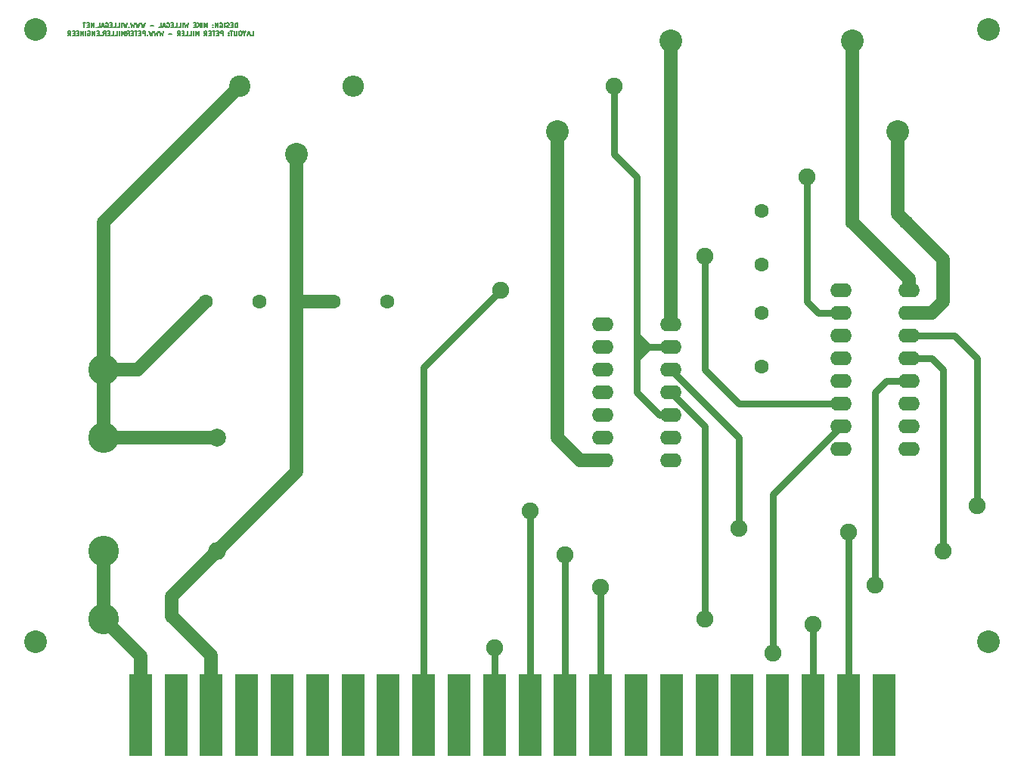
<source format=gbr>
%TF.GenerationSoftware,KiCad,Pcbnew,(5.1.9)-1*%
%TF.CreationDate,2021-04-07T22:34:41-05:00*%
%TF.ProjectId,SCELBI-TTY-Interface,5343454c-4249-42d5-9454-592d496e7465,rev?*%
%TF.SameCoordinates,Original*%
%TF.FileFunction,Copper,L2,Bot*%
%TF.FilePolarity,Positive*%
%FSLAX46Y46*%
G04 Gerber Fmt 4.6, Leading zero omitted, Abs format (unit mm)*
G04 Created by KiCad (PCBNEW (5.1.9)-1) date 2021-04-07 22:34:41*
%MOMM*%
%LPD*%
G01*
G04 APERTURE LIST*
%TA.AperFunction,NonConductor*%
%ADD10C,0.127000*%
%TD*%
%TA.AperFunction,ComponentPad*%
%ADD11O,2.000000X2.000000*%
%TD*%
%TA.AperFunction,ComponentPad*%
%ADD12C,2.000000*%
%TD*%
%TA.AperFunction,ComponentPad*%
%ADD13O,2.400000X1.600000*%
%TD*%
%TA.AperFunction,ComponentPad*%
%ADD14O,2.400000X2.400000*%
%TD*%
%TA.AperFunction,ComponentPad*%
%ADD15C,2.400000*%
%TD*%
%TA.AperFunction,ConnectorPad*%
%ADD16R,2.540000X9.144000*%
%TD*%
%TA.AperFunction,ComponentPad*%
%ADD17C,3.429000*%
%TD*%
%TA.AperFunction,ComponentPad*%
%ADD18C,1.600000*%
%TD*%
%TA.AperFunction,ComponentPad*%
%ADD19O,1.600000X1.600000*%
%TD*%
%TA.AperFunction,ViaPad*%
%ADD20C,2.540000*%
%TD*%
%TA.AperFunction,ViaPad*%
%ADD21C,1.905000*%
%TD*%
%TA.AperFunction,Conductor*%
%ADD22C,1.524000*%
%TD*%
%TA.AperFunction,Conductor*%
%ADD23C,0.762000*%
%TD*%
G04 APERTURE END LIST*
D10*
X115291809Y-54395309D02*
X115291809Y-53887309D01*
X115170857Y-53887309D01*
X115098285Y-53911500D01*
X115049904Y-53959880D01*
X115025714Y-54008261D01*
X115001523Y-54105023D01*
X115001523Y-54177595D01*
X115025714Y-54274357D01*
X115049904Y-54322738D01*
X115098285Y-54371119D01*
X115170857Y-54395309D01*
X115291809Y-54395309D01*
X114783809Y-54129214D02*
X114614476Y-54129214D01*
X114541904Y-54395309D02*
X114783809Y-54395309D01*
X114783809Y-53887309D01*
X114541904Y-53887309D01*
X114348380Y-54371119D02*
X114275809Y-54395309D01*
X114154857Y-54395309D01*
X114106476Y-54371119D01*
X114082285Y-54346928D01*
X114058095Y-54298547D01*
X114058095Y-54250166D01*
X114082285Y-54201785D01*
X114106476Y-54177595D01*
X114154857Y-54153404D01*
X114251619Y-54129214D01*
X114300000Y-54105023D01*
X114324190Y-54080833D01*
X114348380Y-54032452D01*
X114348380Y-53984071D01*
X114324190Y-53935690D01*
X114300000Y-53911500D01*
X114251619Y-53887309D01*
X114130666Y-53887309D01*
X114058095Y-53911500D01*
X113840380Y-54395309D02*
X113840380Y-53887309D01*
X113332380Y-53911500D02*
X113380761Y-53887309D01*
X113453333Y-53887309D01*
X113525904Y-53911500D01*
X113574285Y-53959880D01*
X113598476Y-54008261D01*
X113622666Y-54105023D01*
X113622666Y-54177595D01*
X113598476Y-54274357D01*
X113574285Y-54322738D01*
X113525904Y-54371119D01*
X113453333Y-54395309D01*
X113404952Y-54395309D01*
X113332380Y-54371119D01*
X113308190Y-54346928D01*
X113308190Y-54177595D01*
X113404952Y-54177595D01*
X113090476Y-54395309D02*
X113090476Y-53887309D01*
X112800190Y-54395309D01*
X112800190Y-53887309D01*
X112558285Y-54346928D02*
X112534095Y-54371119D01*
X112558285Y-54395309D01*
X112582476Y-54371119D01*
X112558285Y-54346928D01*
X112558285Y-54395309D01*
X112558285Y-54080833D02*
X112534095Y-54105023D01*
X112558285Y-54129214D01*
X112582476Y-54105023D01*
X112558285Y-54080833D01*
X112558285Y-54129214D01*
X111929333Y-54395309D02*
X111929333Y-53887309D01*
X111760000Y-54250166D01*
X111590666Y-53887309D01*
X111590666Y-54395309D01*
X111348761Y-54395309D02*
X111348761Y-53887309D01*
X111106857Y-54395309D02*
X111106857Y-53887309D01*
X110816571Y-54395309D02*
X111034285Y-54105023D01*
X110816571Y-53887309D02*
X111106857Y-54177595D01*
X110598857Y-54129214D02*
X110429523Y-54129214D01*
X110356952Y-54395309D02*
X110598857Y-54395309D01*
X110598857Y-53887309D01*
X110356952Y-53887309D01*
X109800571Y-53887309D02*
X109679619Y-54395309D01*
X109582857Y-54032452D01*
X109486095Y-54395309D01*
X109365142Y-53887309D01*
X109171619Y-54395309D02*
X109171619Y-53887309D01*
X108687809Y-54395309D02*
X108929714Y-54395309D01*
X108929714Y-53887309D01*
X108276571Y-54395309D02*
X108518476Y-54395309D01*
X108518476Y-53887309D01*
X108107238Y-54129214D02*
X107937904Y-54129214D01*
X107865333Y-54395309D02*
X108107238Y-54395309D01*
X108107238Y-53887309D01*
X107865333Y-53887309D01*
X107381523Y-53911500D02*
X107429904Y-53887309D01*
X107502476Y-53887309D01*
X107575047Y-53911500D01*
X107623428Y-53959880D01*
X107647619Y-54008261D01*
X107671809Y-54105023D01*
X107671809Y-54177595D01*
X107647619Y-54274357D01*
X107623428Y-54322738D01*
X107575047Y-54371119D01*
X107502476Y-54395309D01*
X107454095Y-54395309D01*
X107381523Y-54371119D01*
X107357333Y-54346928D01*
X107357333Y-54177595D01*
X107454095Y-54177595D01*
X107163809Y-54250166D02*
X106921904Y-54250166D01*
X107212190Y-54395309D02*
X107042857Y-53887309D01*
X106873523Y-54395309D01*
X106462285Y-54395309D02*
X106704190Y-54395309D01*
X106704190Y-53887309D01*
X105905904Y-54201785D02*
X105518857Y-54201785D01*
X104938285Y-53887309D02*
X104817333Y-54395309D01*
X104720571Y-54032452D01*
X104623809Y-54395309D01*
X104502857Y-53887309D01*
X104357714Y-53887309D02*
X104236761Y-54395309D01*
X104140000Y-54032452D01*
X104043238Y-54395309D01*
X103922285Y-53887309D01*
X103777142Y-53887309D02*
X103656190Y-54395309D01*
X103559428Y-54032452D01*
X103462666Y-54395309D01*
X103341714Y-53887309D01*
X103148190Y-54346928D02*
X103124000Y-54371119D01*
X103148190Y-54395309D01*
X103172380Y-54371119D01*
X103148190Y-54346928D01*
X103148190Y-54395309D01*
X102954666Y-53887309D02*
X102833714Y-54395309D01*
X102736952Y-54032452D01*
X102640190Y-54395309D01*
X102519238Y-53887309D01*
X102325714Y-54395309D02*
X102325714Y-53887309D01*
X101841904Y-54395309D02*
X102083809Y-54395309D01*
X102083809Y-53887309D01*
X101430666Y-54395309D02*
X101672571Y-54395309D01*
X101672571Y-53887309D01*
X101261333Y-54129214D02*
X101092000Y-54129214D01*
X101019428Y-54395309D02*
X101261333Y-54395309D01*
X101261333Y-53887309D01*
X101019428Y-53887309D01*
X100535619Y-53911500D02*
X100584000Y-53887309D01*
X100656571Y-53887309D01*
X100729142Y-53911500D01*
X100777523Y-53959880D01*
X100801714Y-54008261D01*
X100825904Y-54105023D01*
X100825904Y-54177595D01*
X100801714Y-54274357D01*
X100777523Y-54322738D01*
X100729142Y-54371119D01*
X100656571Y-54395309D01*
X100608190Y-54395309D01*
X100535619Y-54371119D01*
X100511428Y-54346928D01*
X100511428Y-54177595D01*
X100608190Y-54177595D01*
X100317904Y-54250166D02*
X100076000Y-54250166D01*
X100366285Y-54395309D02*
X100196952Y-53887309D01*
X100027619Y-54395309D01*
X99616380Y-54395309D02*
X99858285Y-54395309D01*
X99858285Y-53887309D01*
X99447047Y-54346928D02*
X99422857Y-54371119D01*
X99447047Y-54395309D01*
X99471238Y-54371119D01*
X99447047Y-54346928D01*
X99447047Y-54395309D01*
X99205142Y-54395309D02*
X99205142Y-53887309D01*
X98914857Y-54395309D01*
X98914857Y-53887309D01*
X98672952Y-54129214D02*
X98503619Y-54129214D01*
X98431047Y-54395309D02*
X98672952Y-54395309D01*
X98672952Y-53887309D01*
X98431047Y-53887309D01*
X98285904Y-53887309D02*
X97995619Y-53887309D01*
X98140761Y-54395309D02*
X98140761Y-53887309D01*
X116791619Y-55284309D02*
X117033523Y-55284309D01*
X117033523Y-54776309D01*
X116646476Y-55139166D02*
X116404571Y-55139166D01*
X116694857Y-55284309D02*
X116525523Y-54776309D01*
X116356190Y-55284309D01*
X116090095Y-55042404D02*
X116090095Y-55284309D01*
X116259428Y-54776309D02*
X116090095Y-55042404D01*
X115920761Y-54776309D01*
X115654666Y-54776309D02*
X115557904Y-54776309D01*
X115509523Y-54800500D01*
X115461142Y-54848880D01*
X115436952Y-54945642D01*
X115436952Y-55114976D01*
X115461142Y-55211738D01*
X115509523Y-55260119D01*
X115557904Y-55284309D01*
X115654666Y-55284309D01*
X115703047Y-55260119D01*
X115751428Y-55211738D01*
X115775619Y-55114976D01*
X115775619Y-54945642D01*
X115751428Y-54848880D01*
X115703047Y-54800500D01*
X115654666Y-54776309D01*
X115219238Y-54776309D02*
X115219238Y-55187547D01*
X115195047Y-55235928D01*
X115170857Y-55260119D01*
X115122476Y-55284309D01*
X115025714Y-55284309D01*
X114977333Y-55260119D01*
X114953142Y-55235928D01*
X114928952Y-55187547D01*
X114928952Y-54776309D01*
X114759619Y-54776309D02*
X114469333Y-54776309D01*
X114614476Y-55284309D02*
X114614476Y-54776309D01*
X114299999Y-55235928D02*
X114275809Y-55260119D01*
X114299999Y-55284309D01*
X114324190Y-55260119D01*
X114299999Y-55235928D01*
X114299999Y-55284309D01*
X114299999Y-54969833D02*
X114275809Y-54994023D01*
X114299999Y-55018214D01*
X114324190Y-54994023D01*
X114299999Y-54969833D01*
X114299999Y-55018214D01*
X113671047Y-55284309D02*
X113671047Y-54776309D01*
X113477523Y-54776309D01*
X113429142Y-54800500D01*
X113404952Y-54824690D01*
X113380761Y-54873071D01*
X113380761Y-54945642D01*
X113404952Y-54994023D01*
X113429142Y-55018214D01*
X113477523Y-55042404D01*
X113671047Y-55042404D01*
X113163047Y-55018214D02*
X112993714Y-55018214D01*
X112921142Y-55284309D02*
X113163047Y-55284309D01*
X113163047Y-54776309D01*
X112921142Y-54776309D01*
X112775999Y-54776309D02*
X112485714Y-54776309D01*
X112630857Y-55284309D02*
X112630857Y-54776309D01*
X112316380Y-55018214D02*
X112147047Y-55018214D01*
X112074476Y-55284309D02*
X112316380Y-55284309D01*
X112316380Y-54776309D01*
X112074476Y-54776309D01*
X111566476Y-55284309D02*
X111735809Y-55042404D01*
X111856761Y-55284309D02*
X111856761Y-54776309D01*
X111663238Y-54776309D01*
X111614857Y-54800500D01*
X111590666Y-54824690D01*
X111566476Y-54873071D01*
X111566476Y-54945642D01*
X111590666Y-54994023D01*
X111614857Y-55018214D01*
X111663238Y-55042404D01*
X111856761Y-55042404D01*
X110961714Y-55284309D02*
X110961714Y-54776309D01*
X110792380Y-55139166D01*
X110623047Y-54776309D01*
X110623047Y-55284309D01*
X110381142Y-55284309D02*
X110381142Y-54776309D01*
X109897333Y-55284309D02*
X110139238Y-55284309D01*
X110139238Y-54776309D01*
X109486095Y-55284309D02*
X109727999Y-55284309D01*
X109727999Y-54776309D01*
X109316761Y-55018214D02*
X109147428Y-55018214D01*
X109074857Y-55284309D02*
X109316761Y-55284309D01*
X109316761Y-54776309D01*
X109074857Y-54776309D01*
X108566857Y-55284309D02*
X108736190Y-55042404D01*
X108857142Y-55284309D02*
X108857142Y-54776309D01*
X108663619Y-54776309D01*
X108615238Y-54800500D01*
X108591047Y-54824690D01*
X108566857Y-54873071D01*
X108566857Y-54945642D01*
X108591047Y-54994023D01*
X108615238Y-55018214D01*
X108663619Y-55042404D01*
X108857142Y-55042404D01*
X107962095Y-55090785D02*
X107575047Y-55090785D01*
X106994476Y-54776309D02*
X106873523Y-55284309D01*
X106776761Y-54921452D01*
X106679999Y-55284309D01*
X106559047Y-54776309D01*
X106413904Y-54776309D02*
X106292952Y-55284309D01*
X106196190Y-54921452D01*
X106099428Y-55284309D01*
X105978476Y-54776309D01*
X105833333Y-54776309D02*
X105712380Y-55284309D01*
X105615619Y-54921452D01*
X105518857Y-55284309D01*
X105397904Y-54776309D01*
X105204380Y-55235928D02*
X105180190Y-55260119D01*
X105204380Y-55284309D01*
X105228571Y-55260119D01*
X105204380Y-55235928D01*
X105204380Y-55284309D01*
X104962476Y-55284309D02*
X104962476Y-54776309D01*
X104768952Y-54776309D01*
X104720571Y-54800500D01*
X104696380Y-54824690D01*
X104672190Y-54873071D01*
X104672190Y-54945642D01*
X104696380Y-54994023D01*
X104720571Y-55018214D01*
X104768952Y-55042404D01*
X104962476Y-55042404D01*
X104454476Y-55018214D02*
X104285142Y-55018214D01*
X104212571Y-55284309D02*
X104454476Y-55284309D01*
X104454476Y-54776309D01*
X104212571Y-54776309D01*
X104067428Y-54776309D02*
X103777142Y-54776309D01*
X103922285Y-55284309D02*
X103922285Y-54776309D01*
X103607809Y-55018214D02*
X103438476Y-55018214D01*
X103365904Y-55284309D02*
X103607809Y-55284309D01*
X103607809Y-54776309D01*
X103365904Y-54776309D01*
X102857904Y-55284309D02*
X103027238Y-55042404D01*
X103148190Y-55284309D02*
X103148190Y-54776309D01*
X102954666Y-54776309D01*
X102906285Y-54800500D01*
X102882095Y-54824690D01*
X102857904Y-54873071D01*
X102857904Y-54945642D01*
X102882095Y-54994023D01*
X102906285Y-55018214D01*
X102954666Y-55042404D01*
X103148190Y-55042404D01*
X102640190Y-55284309D02*
X102640190Y-54776309D01*
X102470857Y-55139166D01*
X102301523Y-54776309D01*
X102301523Y-55284309D01*
X102059619Y-55284309D02*
X102059619Y-54776309D01*
X101575809Y-55284309D02*
X101817714Y-55284309D01*
X101817714Y-54776309D01*
X101164571Y-55284309D02*
X101406476Y-55284309D01*
X101406476Y-54776309D01*
X100995238Y-55018214D02*
X100825904Y-55018214D01*
X100753333Y-55284309D02*
X100995238Y-55284309D01*
X100995238Y-54776309D01*
X100753333Y-54776309D01*
X100245333Y-55284309D02*
X100414666Y-55042404D01*
X100535619Y-55284309D02*
X100535619Y-54776309D01*
X100342095Y-54776309D01*
X100293714Y-54800500D01*
X100269523Y-54824690D01*
X100245333Y-54873071D01*
X100245333Y-54945642D01*
X100269523Y-54994023D01*
X100293714Y-55018214D01*
X100342095Y-55042404D01*
X100535619Y-55042404D01*
X100027619Y-55235928D02*
X100003428Y-55260119D01*
X100027619Y-55284309D01*
X100051809Y-55260119D01*
X100027619Y-55235928D01*
X100027619Y-55284309D01*
X99785714Y-55018214D02*
X99616380Y-55018214D01*
X99543809Y-55284309D02*
X99785714Y-55284309D01*
X99785714Y-54776309D01*
X99543809Y-54776309D01*
X99326095Y-55284309D02*
X99326095Y-54776309D01*
X99035809Y-55284309D01*
X99035809Y-54776309D01*
X98527809Y-54800500D02*
X98576190Y-54776309D01*
X98648761Y-54776309D01*
X98721333Y-54800500D01*
X98769714Y-54848880D01*
X98793904Y-54897261D01*
X98818095Y-54994023D01*
X98818095Y-55066595D01*
X98793904Y-55163357D01*
X98769714Y-55211738D01*
X98721333Y-55260119D01*
X98648761Y-55284309D01*
X98600380Y-55284309D01*
X98527809Y-55260119D01*
X98503619Y-55235928D01*
X98503619Y-55066595D01*
X98600380Y-55066595D01*
X98285904Y-55284309D02*
X98285904Y-54776309D01*
X98043999Y-55284309D02*
X98043999Y-54776309D01*
X97753714Y-55284309D01*
X97753714Y-54776309D01*
X97511809Y-55018214D02*
X97342476Y-55018214D01*
X97269904Y-55284309D02*
X97511809Y-55284309D01*
X97511809Y-54776309D01*
X97269904Y-54776309D01*
X97052190Y-55018214D02*
X96882857Y-55018214D01*
X96810285Y-55284309D02*
X97052190Y-55284309D01*
X97052190Y-54776309D01*
X96810285Y-54776309D01*
X96302285Y-55284309D02*
X96471619Y-55042404D01*
X96592571Y-55284309D02*
X96592571Y-54776309D01*
X96399047Y-54776309D01*
X96350666Y-54800500D01*
X96326476Y-54824690D01*
X96302285Y-54873071D01*
X96302285Y-54945642D01*
X96326476Y-54994023D01*
X96350666Y-55018214D01*
X96399047Y-55042404D01*
X96592571Y-55042404D01*
D11*
%TO.P,VR1,2*%
%TO.N,GND*%
X113030000Y-113030000D03*
D12*
%TO.P,VR1,1*%
%TO.N,/VCC*%
X113030000Y-100330000D03*
%TD*%
D13*
%TO.P,Z1,16*%
%TO.N,/VCC*%
X190500000Y-83820000D03*
%TO.P,Z1,8*%
%TO.N,/RTS*%
X182880000Y-101600000D03*
%TO.P,Z1,15*%
%TO.N,GND*%
X190500000Y-86360000D03*
%TO.P,Z1,7*%
%TO.N,/TxD*%
X182880000Y-99060000D03*
%TO.P,Z1,14*%
%TO.N,/RxD*%
X190500000Y-88900000D03*
%TO.P,Z1,6*%
%TO.N,/V-*%
X182880000Y-96520000D03*
%TO.P,Z1,13*%
%TO.N,/DTR*%
X190500000Y-91440000D03*
%TO.P,Z1,5*%
%TO.N,/C2-*%
X182880000Y-93980000D03*
%TO.P,Z1,12*%
%TO.N,/Rx*%
X190500000Y-93980000D03*
%TO.P,Z1,4*%
%TO.N,Net-(C6-Pad1)*%
X182880000Y-91440000D03*
%TO.P,Z1,11*%
%TO.N,GND*%
X190500000Y-96520000D03*
%TO.P,Z1,3*%
%TO.N,/C1-*%
X182880000Y-88900000D03*
%TO.P,Z1,10*%
%TO.N,/TxIn*%
X190500000Y-99060000D03*
%TO.P,Z1,2*%
%TO.N,/V+*%
X182880000Y-86360000D03*
%TO.P,Z1,9*%
%TO.N,Net-(Z1-Pad9)*%
X190500000Y-101600000D03*
%TO.P,Z1,1*%
%TO.N,/C1+*%
X182880000Y-83820000D03*
%TD*%
%TO.P,Z2,14*%
%TO.N,/VCC*%
X163830000Y-87630000D03*
%TO.P,Z2,7*%
%TO.N,GND*%
X156210000Y-102870000D03*
%TO.P,Z2,13*%
%TO.N,/PullUp*%
X163830000Y-90170000D03*
%TO.P,Z2,6*%
%TO.N,Net-(Z2-Pad6)*%
X156210000Y-100330000D03*
%TO.P,Z2,12*%
%TO.N,/STRB*%
X163830000Y-92710000D03*
%TO.P,Z2,5*%
%TO.N,Net-(Z2-Pad5)*%
X156210000Y-97790000D03*
%TO.P,Z2,11*%
%TO.N,/Tx*%
X163830000Y-95250000D03*
%TO.P,Z2,4*%
%TO.N,Net-(Z2-Pad4)*%
X156210000Y-95250000D03*
%TO.P,Z2,10*%
%TO.N,/PullUp*%
X163830000Y-97790000D03*
%TO.P,Z2,3*%
%TO.N,Net-(Z2-Pad3)*%
X156210000Y-92710000D03*
%TO.P,Z2,9*%
%TO.N,/TxIn*%
X163830000Y-100330000D03*
%TO.P,Z2,2*%
%TO.N,Net-(Z2-Pad2)*%
X156210000Y-90170000D03*
%TO.P,Z2,8*%
%TO.N,Net-(Z2-Pad8)*%
X163830000Y-102870000D03*
%TO.P,Z2,1*%
%TO.N,Net-(Z2-Pad1)*%
X156210000Y-87630000D03*
%TD*%
D14*
%TO.P,R1,2*%
%TO.N,/PullUp*%
X128270000Y-60960000D03*
D15*
%TO.P,R1,1*%
%TO.N,/VCC*%
X115570000Y-60960000D03*
%TD*%
D16*
%TO.P,J1,Z*%
%TO.N,Net-(J1-PadZ)*%
X187655200Y-131368800D03*
%TO.P,J1,Y*%
%TO.N,/STRB*%
X183692800Y-131368800D03*
%TO.P,J1,X*%
%TO.N,/Tx*%
X179730400Y-131368800D03*
%TO.P,J1,W*%
%TO.N,Net-(J1-PadW)*%
X175768000Y-131368800D03*
%TO.P,J1,V*%
%TO.N,Net-(J1-PadV)*%
X171805600Y-131368800D03*
%TO.P,J1,U*%
%TO.N,Net-(J1-PadU)*%
X167843200Y-131368800D03*
%TO.P,J1,T*%
%TO.N,Net-(J1-PadT)*%
X163880800Y-131368800D03*
%TO.P,J1,S*%
%TO.N,Net-(J1-PadS)*%
X159918400Y-131368800D03*
%TO.P,J1,R*%
%TO.N,/Rx*%
X155956000Y-131368800D03*
%TO.P,J1,P*%
%TO.N,/DTR*%
X151993600Y-131368800D03*
%TO.P,J1,N*%
%TO.N,/RxD*%
X148031200Y-131368800D03*
%TO.P,J1,M*%
%TO.N,/TxD*%
X144068800Y-131368800D03*
%TO.P,J1,L*%
%TO.N,Net-(J1-PadL)*%
X140106400Y-131368800D03*
%TO.P,J1,K*%
%TO.N,/RTS*%
X136144000Y-131368800D03*
%TO.P,J1,J*%
%TO.N,Net-(J1-PadJ)*%
X132181600Y-131368800D03*
%TO.P,J1,H*%
%TO.N,Net-(J1-PadH)*%
X128219200Y-131368800D03*
%TO.P,J1,F*%
%TO.N,Net-(J1-PadF)*%
X124256800Y-131368800D03*
%TO.P,J1,E*%
%TO.N,Net-(J1-PadE)*%
X120294400Y-131368800D03*
%TO.P,J1,D*%
%TO.N,Net-(J1-PadD)*%
X116332000Y-131368800D03*
%TO.P,J1,C*%
%TO.N,GND*%
X112369600Y-131368800D03*
%TO.P,J1,B*%
%TO.N,Net-(J1-PadB)*%
X108407200Y-131368800D03*
%TO.P,J1,A*%
%TO.N,+5V*%
X104444800Y-131368800D03*
%TD*%
D17*
%TO.P,F1,2*%
%TO.N,+5V*%
X100330000Y-120650000D03*
X100330000Y-113030000D03*
%TO.P,F1,1*%
%TO.N,/VCC*%
X100330000Y-100330000D03*
X100330000Y-92710000D03*
%TD*%
D18*
%TO.P,C6,2*%
%TO.N,/C2-*%
X173990000Y-92360000D03*
%TO.P,C6,1*%
%TO.N,Net-(C6-Pad1)*%
X173990000Y-86360000D03*
%TD*%
%TO.P,C5,2*%
%TO.N,GND*%
X126080000Y-85090000D03*
%TO.P,C5,1*%
%TO.N,/V-*%
X132080000Y-85090000D03*
%TD*%
%TO.P,C4,2*%
%TO.N,/C1-*%
X173990000Y-80930000D03*
%TO.P,C4,1*%
%TO.N,/C1+*%
X173990000Y-74930000D03*
%TD*%
%TO.P,C3,2*%
%TO.N,/V+*%
X117760000Y-85090000D03*
%TO.P,C3,1*%
%TO.N,/VCC*%
X111760000Y-85090000D03*
%TD*%
%TO.P,C2,2*%
%TO.N,GND*%
X190150000Y-76200000D03*
%TO.P,C2,1*%
%TO.N,/VCC*%
X184150000Y-76200000D03*
%TD*%
D19*
%TO.P,C1,2*%
%TO.N,GND*%
X107950000Y-120330000D03*
D18*
%TO.P,C1,1*%
%TO.N,/VCC*%
X107950000Y-100330000D03*
%TD*%
D20*
%TO.N,*%
X199390000Y-123190000D03*
X92710000Y-123190000D03*
X199390000Y-54610000D03*
X92710000Y-54610000D03*
%TO.N,GND*%
X121920000Y-68580000D03*
X189230000Y-66040000D03*
X151130000Y-66040000D03*
D21*
%TO.N,/V+*%
X179070000Y-71120000D03*
%TO.N,/V-*%
X167640000Y-80010000D03*
%TO.N,/RTS*%
X144780000Y-83820000D03*
%TO.N,/TxD*%
X144068800Y-123901200D03*
X175260000Y-124460000D03*
%TO.N,/RxD*%
X198120000Y-107950000D03*
X148031200Y-108508800D03*
%TO.N,/DTR*%
X151993600Y-113436400D03*
X194310000Y-113030000D03*
%TO.N,/Rx*%
X186690000Y-116840000D03*
X155956000Y-117094000D03*
%TO.N,/Tx*%
X167640000Y-120650000D03*
X179730400Y-121259600D03*
%TO.N,/STRB*%
X171450000Y-110490000D03*
X183692800Y-110947200D03*
%TO.N,/PullUp*%
X157480000Y-60960000D03*
D20*
%TO.N,/VCC*%
X184150000Y-55880000D03*
X163830000Y-55880000D03*
%TD*%
D22*
%TO.N,GND*%
X112369600Y-124749600D02*
X107950000Y-120330000D01*
X112369600Y-131368800D02*
X112369600Y-124749600D01*
X107950000Y-118110000D02*
X107950000Y-120330000D01*
X113030000Y-113030000D02*
X107950000Y-118110000D01*
X113030000Y-113030000D02*
X120650000Y-105410000D01*
X120650000Y-105410000D02*
X121920000Y-104140000D01*
X121920000Y-68580000D02*
X121920000Y-68580000D01*
X190500000Y-86360000D02*
X193040000Y-86360000D01*
X193040000Y-86360000D02*
X194310000Y-85090000D01*
X194310000Y-80360000D02*
X190150000Y-76200000D01*
X194310000Y-85090000D02*
X194310000Y-80360000D01*
X189230000Y-75280000D02*
X190150000Y-76200000D01*
X189230000Y-66040000D02*
X189230000Y-75280000D01*
X156210000Y-102870000D02*
X153670000Y-102870000D01*
X153670000Y-102870000D02*
X151130000Y-100330000D01*
X151130000Y-100330000D02*
X151130000Y-66040000D01*
X121920000Y-85090000D02*
X121920000Y-68580000D01*
X126080000Y-85090000D02*
X121920000Y-85090000D01*
X121920000Y-104140000D02*
X121920000Y-85090000D01*
%TO.N,+5V*%
X104444800Y-124764800D02*
X100330000Y-120650000D01*
X104444800Y-131368800D02*
X104444800Y-124764800D01*
X100330000Y-120650000D02*
X100330000Y-113030000D01*
D23*
%TO.N,/V+*%
X182880000Y-86360000D02*
X180340000Y-86360000D01*
X180340000Y-86360000D02*
X179070000Y-85090000D01*
X179070000Y-85090000D02*
X179070000Y-71120000D01*
X179070000Y-71120000D02*
X179070000Y-71120000D01*
%TO.N,/V-*%
X182880000Y-96520000D02*
X171450000Y-96520000D01*
X171450000Y-96520000D02*
X167640000Y-92710000D01*
X167640000Y-92710000D02*
X167640000Y-80010000D01*
%TO.N,/RTS*%
X136144000Y-131368800D02*
X136144000Y-97536000D01*
X136144000Y-92456000D02*
X136144000Y-131368800D01*
X144780000Y-83820000D02*
X136144000Y-92456000D01*
%TO.N,/TxD*%
X144068800Y-131368800D02*
X144068800Y-123901200D01*
X182880000Y-99060000D02*
X175260000Y-106680000D01*
X175260000Y-106680000D02*
X175260000Y-119380000D01*
X175260000Y-119380000D02*
X175260000Y-124460000D01*
X175260000Y-124460000D02*
X175260000Y-124460000D01*
%TO.N,/RxD*%
X148031200Y-131368800D02*
X148031200Y-112471200D01*
X190500000Y-88900000D02*
X195580000Y-88900000D01*
X195580000Y-88900000D02*
X198120000Y-91440000D01*
X198120000Y-91440000D02*
X198120000Y-107950000D01*
X148031200Y-112471200D02*
X148031200Y-108508800D01*
%TO.N,/DTR*%
X151993600Y-131368800D02*
X151993600Y-113436400D01*
X190500000Y-91440000D02*
X193040000Y-91440000D01*
X193040000Y-91440000D02*
X194310000Y-92710000D01*
X194310000Y-92710000D02*
X194310000Y-113030000D01*
%TO.N,/Rx*%
X155956000Y-131368800D02*
X155956000Y-117094000D01*
X190500000Y-93980000D02*
X187960000Y-93980000D01*
X187960000Y-93980000D02*
X186690000Y-95250000D01*
X186690000Y-95250000D02*
X186690000Y-116840000D01*
%TO.N,/Tx*%
X163830000Y-95250000D02*
X167640000Y-99060000D01*
X167640000Y-99060000D02*
X167640000Y-120650000D01*
X179730400Y-131368800D02*
X179730400Y-121259600D01*
X167640000Y-120650000D02*
X167640000Y-120650000D01*
%TO.N,/STRB*%
X183692800Y-131368800D02*
X183692800Y-110947200D01*
X163830000Y-92710000D02*
X171450000Y-100330000D01*
X171450000Y-100330000D02*
X171450000Y-110490000D01*
X171450000Y-110490000D02*
X171450000Y-110490000D01*
%TO.N,/PullUp*%
X163830000Y-97790000D02*
X162560000Y-97790000D01*
X162560000Y-97790000D02*
X160020000Y-95250000D01*
X161290000Y-90170000D02*
X160020000Y-91440000D01*
X160020000Y-91440000D02*
X160020000Y-90170000D01*
X160020000Y-95250000D02*
X160020000Y-91440000D01*
X163830000Y-90170000D02*
X161290000Y-90170000D01*
X161290000Y-90170000D02*
X160020000Y-90170000D01*
X161290000Y-90170000D02*
X160020000Y-88900000D01*
X160020000Y-90170000D02*
X160020000Y-88900000D01*
X157480000Y-68580000D02*
X157480000Y-60960000D01*
X160020000Y-71120000D02*
X157480000Y-68580000D01*
X160020000Y-88900000D02*
X160020000Y-71120000D01*
D22*
%TO.N,/VCC*%
X100330000Y-100330000D02*
X100330000Y-92710000D01*
X100330000Y-100330000D02*
X107950000Y-100330000D01*
X107950000Y-100330000D02*
X113030000Y-100330000D01*
X100330000Y-76200000D02*
X115570000Y-60960000D01*
X100330000Y-92710000D02*
X100330000Y-76200000D01*
X190500000Y-82550000D02*
X184150000Y-76200000D01*
X190500000Y-83820000D02*
X190500000Y-82550000D01*
X184150000Y-76200000D02*
X184150000Y-55880000D01*
X163830000Y-87630000D02*
X163830000Y-60960000D01*
X163830000Y-60960000D02*
X163830000Y-55880000D01*
X104140000Y-92710000D02*
X111760000Y-85090000D01*
X100330000Y-92710000D02*
X104140000Y-92710000D01*
%TD*%
M02*

</source>
